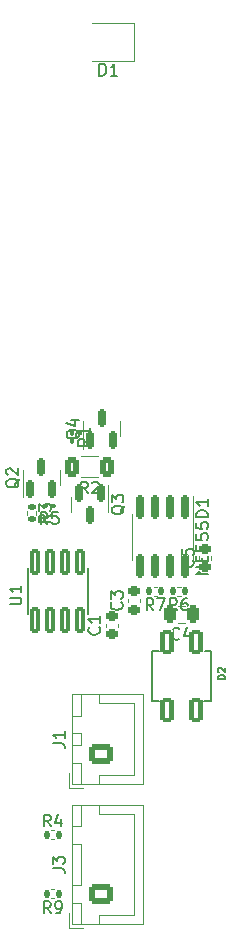
<source format=gto>
G04 #@! TF.GenerationSoftware,KiCad,Pcbnew,7.0.7*
G04 #@! TF.CreationDate,2024-01-05T06:13:14+01:00*
G04 #@! TF.ProjectId,microscope,6d696372-6f73-4636-9f70-652e6b696361,rev?*
G04 #@! TF.SameCoordinates,Original*
G04 #@! TF.FileFunction,Legend,Top*
G04 #@! TF.FilePolarity,Positive*
%FSLAX46Y46*%
G04 Gerber Fmt 4.6, Leading zero omitted, Abs format (unit mm)*
G04 Created by KiCad (PCBNEW 7.0.7) date 2024-01-05 06:13:14*
%MOMM*%
%LPD*%
G01*
G04 APERTURE LIST*
G04 Aperture macros list*
%AMRoundRect*
0 Rectangle with rounded corners*
0 $1 Rounding radius*
0 $2 $3 $4 $5 $6 $7 $8 $9 X,Y pos of 4 corners*
0 Add a 4 corners polygon primitive as box body*
4,1,4,$2,$3,$4,$5,$6,$7,$8,$9,$2,$3,0*
0 Add four circle primitives for the rounded corners*
1,1,$1+$1,$2,$3*
1,1,$1+$1,$4,$5*
1,1,$1+$1,$6,$7*
1,1,$1+$1,$8,$9*
0 Add four rect primitives between the rounded corners*
20,1,$1+$1,$2,$3,$4,$5,0*
20,1,$1+$1,$4,$5,$6,$7,0*
20,1,$1+$1,$6,$7,$8,$9,0*
20,1,$1+$1,$8,$9,$2,$3,0*%
G04 Aperture macros list end*
%ADD10C,0.150000*%
%ADD11C,0.120000*%
%ADD12C,0.127000*%
%ADD13RoundRect,0.250000X0.725000X-0.600000X0.725000X0.600000X-0.725000X0.600000X-0.725000X-0.600000X0*%
%ADD14O,1.950000X1.700000*%
%ADD15RoundRect,0.100000X-0.100000X0.130000X-0.100000X-0.130000X0.100000X-0.130000X0.100000X0.130000X0*%
%ADD16RoundRect,0.250000X0.750000X-0.600000X0.750000X0.600000X-0.750000X0.600000X-0.750000X-0.600000X0*%
%ADD17O,2.000000X1.700000*%
%ADD18RoundRect,0.250000X0.312500X0.625000X-0.312500X0.625000X-0.312500X-0.625000X0.312500X-0.625000X0*%
%ADD19R,2.200000X2.200000*%
%ADD20R,1.250000X2.200000*%
%ADD21RoundRect,0.250000X0.250000X0.475000X-0.250000X0.475000X-0.250000X-0.475000X0.250000X-0.475000X0*%
%ADD22RoundRect,0.135000X0.135000X0.185000X-0.135000X0.185000X-0.135000X-0.185000X0.135000X-0.185000X0*%
%ADD23RoundRect,0.225000X0.250000X-0.225000X0.250000X0.225000X-0.250000X0.225000X-0.250000X-0.225000X0*%
%ADD24RoundRect,0.100000X0.130000X0.100000X-0.130000X0.100000X-0.130000X-0.100000X0.130000X-0.100000X0*%
%ADD25RoundRect,0.193000X-0.364000X0.864000X-0.364000X-0.864000X0.364000X-0.864000X0.364000X0.864000X0*%
%ADD26RoundRect,0.150000X-0.150000X0.825000X-0.150000X-0.825000X0.150000X-0.825000X0.150000X0.825000X0*%
%ADD27RoundRect,0.144000X0.258000X-0.943000X0.258000X0.943000X-0.258000X0.943000X-0.258000X-0.943000X0*%
%ADD28RoundRect,0.135000X-0.185000X0.135000X-0.185000X-0.135000X0.185000X-0.135000X0.185000X0.135000X0*%
%ADD29RoundRect,0.150000X0.150000X-0.587500X0.150000X0.587500X-0.150000X0.587500X-0.150000X-0.587500X0*%
%ADD30RoundRect,0.135000X-0.135000X-0.185000X0.135000X-0.185000X0.135000X0.185000X-0.135000X0.185000X0*%
%ADD31RoundRect,0.150000X-0.150000X0.587500X-0.150000X-0.587500X0.150000X-0.587500X0.150000X0.587500X0*%
G04 APERTURE END LIST*
D10*
X126402450Y-135779541D02*
X127116735Y-135779541D01*
X127116735Y-135779541D02*
X127259592Y-135827160D01*
X127259592Y-135827160D02*
X127354831Y-135922398D01*
X127354831Y-135922398D02*
X127402450Y-136065255D01*
X127402450Y-136065255D02*
X127402450Y-136160493D01*
X126402450Y-135398588D02*
X126402450Y-134779541D01*
X126402450Y-134779541D02*
X126783402Y-135112874D01*
X126783402Y-135112874D02*
X126783402Y-134970017D01*
X126783402Y-134970017D02*
X126831021Y-134874779D01*
X126831021Y-134874779D02*
X126878640Y-134827160D01*
X126878640Y-134827160D02*
X126973878Y-134779541D01*
X126973878Y-134779541D02*
X127211973Y-134779541D01*
X127211973Y-134779541D02*
X127307211Y-134827160D01*
X127307211Y-134827160D02*
X127354831Y-134874779D01*
X127354831Y-134874779D02*
X127402450Y-134970017D01*
X127402450Y-134970017D02*
X127402450Y-135255731D01*
X127402450Y-135255731D02*
X127354831Y-135350969D01*
X127354831Y-135350969D02*
X127307211Y-135398588D01*
X129544819Y-99409166D02*
X129068628Y-99742499D01*
X129544819Y-99980594D02*
X128544819Y-99980594D01*
X128544819Y-99980594D02*
X128544819Y-99599642D01*
X128544819Y-99599642D02*
X128592438Y-99504404D01*
X128592438Y-99504404D02*
X128640057Y-99456785D01*
X128640057Y-99456785D02*
X128735295Y-99409166D01*
X128735295Y-99409166D02*
X128878152Y-99409166D01*
X128878152Y-99409166D02*
X128973390Y-99456785D01*
X128973390Y-99456785D02*
X129021009Y-99504404D01*
X129021009Y-99504404D02*
X129068628Y-99599642D01*
X129068628Y-99599642D02*
X129068628Y-99980594D01*
X129544819Y-98456785D02*
X129544819Y-99028213D01*
X129544819Y-98742499D02*
X128544819Y-98742499D01*
X128544819Y-98742499D02*
X128687676Y-98837737D01*
X128687676Y-98837737D02*
X128782914Y-98932975D01*
X128782914Y-98932975D02*
X128830533Y-99028213D01*
X126402450Y-125179541D02*
X127116735Y-125179541D01*
X127116735Y-125179541D02*
X127259592Y-125227160D01*
X127259592Y-125227160D02*
X127354831Y-125322398D01*
X127354831Y-125322398D02*
X127402450Y-125465255D01*
X127402450Y-125465255D02*
X127402450Y-125560493D01*
X127402450Y-124179541D02*
X127402450Y-124750969D01*
X127402450Y-124465255D02*
X126402450Y-124465255D01*
X126402450Y-124465255D02*
X126545307Y-124560493D01*
X126545307Y-124560493D02*
X126640545Y-124655731D01*
X126640545Y-124655731D02*
X126688164Y-124750969D01*
X129373333Y-104037319D02*
X129040000Y-103561128D01*
X128801905Y-104037319D02*
X128801905Y-103037319D01*
X128801905Y-103037319D02*
X129182857Y-103037319D01*
X129182857Y-103037319D02*
X129278095Y-103084938D01*
X129278095Y-103084938D02*
X129325714Y-103132557D01*
X129325714Y-103132557D02*
X129373333Y-103227795D01*
X129373333Y-103227795D02*
X129373333Y-103370652D01*
X129373333Y-103370652D02*
X129325714Y-103465890D01*
X129325714Y-103465890D02*
X129278095Y-103513509D01*
X129278095Y-103513509D02*
X129182857Y-103561128D01*
X129182857Y-103561128D02*
X128801905Y-103561128D01*
X129754286Y-103132557D02*
X129801905Y-103084938D01*
X129801905Y-103084938D02*
X129897143Y-103037319D01*
X129897143Y-103037319D02*
X130135238Y-103037319D01*
X130135238Y-103037319D02*
X130230476Y-103084938D01*
X130230476Y-103084938D02*
X130278095Y-103132557D01*
X130278095Y-103132557D02*
X130325714Y-103227795D01*
X130325714Y-103227795D02*
X130325714Y-103323033D01*
X130325714Y-103323033D02*
X130278095Y-103465890D01*
X130278095Y-103465890D02*
X129706667Y-104037319D01*
X129706667Y-104037319D02*
X130325714Y-104037319D01*
X130361905Y-68654819D02*
X130361905Y-67654819D01*
X130361905Y-67654819D02*
X130600000Y-67654819D01*
X130600000Y-67654819D02*
X130742857Y-67702438D01*
X130742857Y-67702438D02*
X130838095Y-67797676D01*
X130838095Y-67797676D02*
X130885714Y-67892914D01*
X130885714Y-67892914D02*
X130933333Y-68083390D01*
X130933333Y-68083390D02*
X130933333Y-68226247D01*
X130933333Y-68226247D02*
X130885714Y-68416723D01*
X130885714Y-68416723D02*
X130838095Y-68511961D01*
X130838095Y-68511961D02*
X130742857Y-68607200D01*
X130742857Y-68607200D02*
X130600000Y-68654819D01*
X130600000Y-68654819D02*
X130361905Y-68654819D01*
X131885714Y-68654819D02*
X131314286Y-68654819D01*
X131600000Y-68654819D02*
X131600000Y-67654819D01*
X131600000Y-67654819D02*
X131504762Y-67797676D01*
X131504762Y-67797676D02*
X131409524Y-67892914D01*
X131409524Y-67892914D02*
X131314286Y-67940533D01*
X137133333Y-116322080D02*
X137085714Y-116369700D01*
X137085714Y-116369700D02*
X136942857Y-116417319D01*
X136942857Y-116417319D02*
X136847619Y-116417319D01*
X136847619Y-116417319D02*
X136704762Y-116369700D01*
X136704762Y-116369700D02*
X136609524Y-116274461D01*
X136609524Y-116274461D02*
X136561905Y-116179223D01*
X136561905Y-116179223D02*
X136514286Y-115988747D01*
X136514286Y-115988747D02*
X136514286Y-115845890D01*
X136514286Y-115845890D02*
X136561905Y-115655414D01*
X136561905Y-115655414D02*
X136609524Y-115560176D01*
X136609524Y-115560176D02*
X136704762Y-115464938D01*
X136704762Y-115464938D02*
X136847619Y-115417319D01*
X136847619Y-115417319D02*
X136942857Y-115417319D01*
X136942857Y-115417319D02*
X137085714Y-115464938D01*
X137085714Y-115464938D02*
X137133333Y-115512557D01*
X137990476Y-115750652D02*
X137990476Y-116417319D01*
X137752381Y-115369700D02*
X137514286Y-116083985D01*
X137514286Y-116083985D02*
X138133333Y-116083985D01*
X126230964Y-139571027D02*
X125897631Y-139094836D01*
X125659536Y-139571027D02*
X125659536Y-138571027D01*
X125659536Y-138571027D02*
X126040488Y-138571027D01*
X126040488Y-138571027D02*
X126135726Y-138618646D01*
X126135726Y-138618646D02*
X126183345Y-138666265D01*
X126183345Y-138666265D02*
X126230964Y-138761503D01*
X126230964Y-138761503D02*
X126230964Y-138904360D01*
X126230964Y-138904360D02*
X126183345Y-138999598D01*
X126183345Y-138999598D02*
X126135726Y-139047217D01*
X126135726Y-139047217D02*
X126040488Y-139094836D01*
X126040488Y-139094836D02*
X125659536Y-139094836D01*
X126707155Y-139571027D02*
X126897631Y-139571027D01*
X126897631Y-139571027D02*
X126992869Y-139523408D01*
X126992869Y-139523408D02*
X127040488Y-139475788D01*
X127040488Y-139475788D02*
X127135726Y-139332931D01*
X127135726Y-139332931D02*
X127183345Y-139142455D01*
X127183345Y-139142455D02*
X127183345Y-138761503D01*
X127183345Y-138761503D02*
X127135726Y-138666265D01*
X127135726Y-138666265D02*
X127088107Y-138618646D01*
X127088107Y-138618646D02*
X126992869Y-138571027D01*
X126992869Y-138571027D02*
X126802393Y-138571027D01*
X126802393Y-138571027D02*
X126707155Y-138618646D01*
X126707155Y-138618646D02*
X126659536Y-138666265D01*
X126659536Y-138666265D02*
X126611917Y-138761503D01*
X126611917Y-138761503D02*
X126611917Y-138999598D01*
X126611917Y-138999598D02*
X126659536Y-139094836D01*
X126659536Y-139094836D02*
X126707155Y-139142455D01*
X126707155Y-139142455D02*
X126802393Y-139190074D01*
X126802393Y-139190074D02*
X126992869Y-139190074D01*
X126992869Y-139190074D02*
X127088107Y-139142455D01*
X127088107Y-139142455D02*
X127135726Y-139094836D01*
X127135726Y-139094836D02*
X127183345Y-138999598D01*
X136923333Y-113924819D02*
X136590000Y-113448628D01*
X136351905Y-113924819D02*
X136351905Y-112924819D01*
X136351905Y-112924819D02*
X136732857Y-112924819D01*
X136732857Y-112924819D02*
X136828095Y-112972438D01*
X136828095Y-112972438D02*
X136875714Y-113020057D01*
X136875714Y-113020057D02*
X136923333Y-113115295D01*
X136923333Y-113115295D02*
X136923333Y-113258152D01*
X136923333Y-113258152D02*
X136875714Y-113353390D01*
X136875714Y-113353390D02*
X136828095Y-113401009D01*
X136828095Y-113401009D02*
X136732857Y-113448628D01*
X136732857Y-113448628D02*
X136351905Y-113448628D01*
X137780476Y-112924819D02*
X137590000Y-112924819D01*
X137590000Y-112924819D02*
X137494762Y-112972438D01*
X137494762Y-112972438D02*
X137447143Y-113020057D01*
X137447143Y-113020057D02*
X137351905Y-113162914D01*
X137351905Y-113162914D02*
X137304286Y-113353390D01*
X137304286Y-113353390D02*
X137304286Y-113734342D01*
X137304286Y-113734342D02*
X137351905Y-113829580D01*
X137351905Y-113829580D02*
X137399524Y-113877200D01*
X137399524Y-113877200D02*
X137494762Y-113924819D01*
X137494762Y-113924819D02*
X137685238Y-113924819D01*
X137685238Y-113924819D02*
X137780476Y-113877200D01*
X137780476Y-113877200D02*
X137828095Y-113829580D01*
X137828095Y-113829580D02*
X137875714Y-113734342D01*
X137875714Y-113734342D02*
X137875714Y-113496247D01*
X137875714Y-113496247D02*
X137828095Y-113401009D01*
X137828095Y-113401009D02*
X137780476Y-113353390D01*
X137780476Y-113353390D02*
X137685238Y-113305771D01*
X137685238Y-113305771D02*
X137494762Y-113305771D01*
X137494762Y-113305771D02*
X137399524Y-113353390D01*
X137399524Y-113353390D02*
X137351905Y-113401009D01*
X137351905Y-113401009D02*
X137304286Y-113496247D01*
X130329580Y-115366666D02*
X130377200Y-115414285D01*
X130377200Y-115414285D02*
X130424819Y-115557142D01*
X130424819Y-115557142D02*
X130424819Y-115652380D01*
X130424819Y-115652380D02*
X130377200Y-115795237D01*
X130377200Y-115795237D02*
X130281961Y-115890475D01*
X130281961Y-115890475D02*
X130186723Y-115938094D01*
X130186723Y-115938094D02*
X129996247Y-115985713D01*
X129996247Y-115985713D02*
X129853390Y-115985713D01*
X129853390Y-115985713D02*
X129662914Y-115938094D01*
X129662914Y-115938094D02*
X129567676Y-115890475D01*
X129567676Y-115890475D02*
X129472438Y-115795237D01*
X129472438Y-115795237D02*
X129424819Y-115652380D01*
X129424819Y-115652380D02*
X129424819Y-115557142D01*
X129424819Y-115557142D02*
X129472438Y-115414285D01*
X129472438Y-115414285D02*
X129520057Y-115366666D01*
X130424819Y-114414285D02*
X130424819Y-114985713D01*
X130424819Y-114699999D02*
X129424819Y-114699999D01*
X129424819Y-114699999D02*
X129567676Y-114795237D01*
X129567676Y-114795237D02*
X129662914Y-114890475D01*
X129662914Y-114890475D02*
X129710533Y-114985713D01*
X125940833Y-106604819D02*
X125607500Y-106128628D01*
X125369405Y-106604819D02*
X125369405Y-105604819D01*
X125369405Y-105604819D02*
X125750357Y-105604819D01*
X125750357Y-105604819D02*
X125845595Y-105652438D01*
X125845595Y-105652438D02*
X125893214Y-105700057D01*
X125893214Y-105700057D02*
X125940833Y-105795295D01*
X125940833Y-105795295D02*
X125940833Y-105938152D01*
X125940833Y-105938152D02*
X125893214Y-106033390D01*
X125893214Y-106033390D02*
X125845595Y-106081009D01*
X125845595Y-106081009D02*
X125750357Y-106128628D01*
X125750357Y-106128628D02*
X125369405Y-106128628D01*
X126845595Y-105604819D02*
X126369405Y-105604819D01*
X126369405Y-105604819D02*
X126321786Y-106081009D01*
X126321786Y-106081009D02*
X126369405Y-106033390D01*
X126369405Y-106033390D02*
X126464643Y-105985771D01*
X126464643Y-105985771D02*
X126702738Y-105985771D01*
X126702738Y-105985771D02*
X126797976Y-106033390D01*
X126797976Y-106033390D02*
X126845595Y-106081009D01*
X126845595Y-106081009D02*
X126893214Y-106176247D01*
X126893214Y-106176247D02*
X126893214Y-106414342D01*
X126893214Y-106414342D02*
X126845595Y-106509580D01*
X126845595Y-106509580D02*
X126797976Y-106557200D01*
X126797976Y-106557200D02*
X126702738Y-106604819D01*
X126702738Y-106604819D02*
X126464643Y-106604819D01*
X126464643Y-106604819D02*
X126369405Y-106557200D01*
X126369405Y-106557200D02*
X126321786Y-106509580D01*
X132219580Y-113266666D02*
X132267200Y-113314285D01*
X132267200Y-113314285D02*
X132314819Y-113457142D01*
X132314819Y-113457142D02*
X132314819Y-113552380D01*
X132314819Y-113552380D02*
X132267200Y-113695237D01*
X132267200Y-113695237D02*
X132171961Y-113790475D01*
X132171961Y-113790475D02*
X132076723Y-113838094D01*
X132076723Y-113838094D02*
X131886247Y-113885713D01*
X131886247Y-113885713D02*
X131743390Y-113885713D01*
X131743390Y-113885713D02*
X131552914Y-113838094D01*
X131552914Y-113838094D02*
X131457676Y-113790475D01*
X131457676Y-113790475D02*
X131362438Y-113695237D01*
X131362438Y-113695237D02*
X131314819Y-113552380D01*
X131314819Y-113552380D02*
X131314819Y-113457142D01*
X131314819Y-113457142D02*
X131362438Y-113314285D01*
X131362438Y-113314285D02*
X131410057Y-113266666D01*
X131314819Y-112933332D02*
X131314819Y-112314285D01*
X131314819Y-112314285D02*
X131695771Y-112647618D01*
X131695771Y-112647618D02*
X131695771Y-112504761D01*
X131695771Y-112504761D02*
X131743390Y-112409523D01*
X131743390Y-112409523D02*
X131791009Y-112361904D01*
X131791009Y-112361904D02*
X131886247Y-112314285D01*
X131886247Y-112314285D02*
X132124342Y-112314285D01*
X132124342Y-112314285D02*
X132219580Y-112361904D01*
X132219580Y-112361904D02*
X132267200Y-112409523D01*
X132267200Y-112409523D02*
X132314819Y-112504761D01*
X132314819Y-112504761D02*
X132314819Y-112790475D01*
X132314819Y-112790475D02*
X132267200Y-112885713D01*
X132267200Y-112885713D02*
X132219580Y-112933332D01*
X141026219Y-119754827D02*
X140385088Y-119754827D01*
X140385088Y-119754827D02*
X140385088Y-119602177D01*
X140385088Y-119602177D02*
X140415618Y-119510587D01*
X140415618Y-119510587D02*
X140476678Y-119449527D01*
X140476678Y-119449527D02*
X140537738Y-119418997D01*
X140537738Y-119418997D02*
X140659858Y-119388467D01*
X140659858Y-119388467D02*
X140751448Y-119388467D01*
X140751448Y-119388467D02*
X140873568Y-119418997D01*
X140873568Y-119418997D02*
X140934628Y-119449527D01*
X140934628Y-119449527D02*
X140995689Y-119510587D01*
X140995689Y-119510587D02*
X141026219Y-119602177D01*
X141026219Y-119602177D02*
X141026219Y-119754827D01*
X140446148Y-119144226D02*
X140415618Y-119113696D01*
X140415618Y-119113696D02*
X140385088Y-119052636D01*
X140385088Y-119052636D02*
X140385088Y-118899986D01*
X140385088Y-118899986D02*
X140415618Y-118838926D01*
X140415618Y-118838926D02*
X140446148Y-118808396D01*
X140446148Y-118808396D02*
X140507208Y-118777866D01*
X140507208Y-118777866D02*
X140568268Y-118777866D01*
X140568268Y-118777866D02*
X140659858Y-118808396D01*
X140659858Y-118808396D02*
X141026219Y-119174756D01*
X141026219Y-119174756D02*
X141026219Y-118777866D01*
X134923333Y-113924819D02*
X134590000Y-113448628D01*
X134351905Y-113924819D02*
X134351905Y-112924819D01*
X134351905Y-112924819D02*
X134732857Y-112924819D01*
X134732857Y-112924819D02*
X134828095Y-112972438D01*
X134828095Y-112972438D02*
X134875714Y-113020057D01*
X134875714Y-113020057D02*
X134923333Y-113115295D01*
X134923333Y-113115295D02*
X134923333Y-113258152D01*
X134923333Y-113258152D02*
X134875714Y-113353390D01*
X134875714Y-113353390D02*
X134828095Y-113401009D01*
X134828095Y-113401009D02*
X134732857Y-113448628D01*
X134732857Y-113448628D02*
X134351905Y-113448628D01*
X135256667Y-112924819D02*
X135923333Y-112924819D01*
X135923333Y-112924819D02*
X135494762Y-113924819D01*
X139544819Y-110842856D02*
X138544819Y-110842856D01*
X138544819Y-110842856D02*
X139544819Y-110271428D01*
X139544819Y-110271428D02*
X138544819Y-110271428D01*
X139021009Y-109795237D02*
X139021009Y-109461904D01*
X139544819Y-109319047D02*
X139544819Y-109795237D01*
X139544819Y-109795237D02*
X138544819Y-109795237D01*
X138544819Y-109795237D02*
X138544819Y-109319047D01*
X138544819Y-108414285D02*
X138544819Y-108890475D01*
X138544819Y-108890475D02*
X139021009Y-108938094D01*
X139021009Y-108938094D02*
X138973390Y-108890475D01*
X138973390Y-108890475D02*
X138925771Y-108795237D01*
X138925771Y-108795237D02*
X138925771Y-108557142D01*
X138925771Y-108557142D02*
X138973390Y-108461904D01*
X138973390Y-108461904D02*
X139021009Y-108414285D01*
X139021009Y-108414285D02*
X139116247Y-108366666D01*
X139116247Y-108366666D02*
X139354342Y-108366666D01*
X139354342Y-108366666D02*
X139449580Y-108414285D01*
X139449580Y-108414285D02*
X139497200Y-108461904D01*
X139497200Y-108461904D02*
X139544819Y-108557142D01*
X139544819Y-108557142D02*
X139544819Y-108795237D01*
X139544819Y-108795237D02*
X139497200Y-108890475D01*
X139497200Y-108890475D02*
X139449580Y-108938094D01*
X138544819Y-107461904D02*
X138544819Y-107938094D01*
X138544819Y-107938094D02*
X139021009Y-107985713D01*
X139021009Y-107985713D02*
X138973390Y-107938094D01*
X138973390Y-107938094D02*
X138925771Y-107842856D01*
X138925771Y-107842856D02*
X138925771Y-107604761D01*
X138925771Y-107604761D02*
X138973390Y-107509523D01*
X138973390Y-107509523D02*
X139021009Y-107461904D01*
X139021009Y-107461904D02*
X139116247Y-107414285D01*
X139116247Y-107414285D02*
X139354342Y-107414285D01*
X139354342Y-107414285D02*
X139449580Y-107461904D01*
X139449580Y-107461904D02*
X139497200Y-107509523D01*
X139497200Y-107509523D02*
X139544819Y-107604761D01*
X139544819Y-107604761D02*
X139544819Y-107842856D01*
X139544819Y-107842856D02*
X139497200Y-107938094D01*
X139497200Y-107938094D02*
X139449580Y-107985713D01*
X138544819Y-106509523D02*
X138544819Y-106985713D01*
X138544819Y-106985713D02*
X139021009Y-107033332D01*
X139021009Y-107033332D02*
X138973390Y-106985713D01*
X138973390Y-106985713D02*
X138925771Y-106890475D01*
X138925771Y-106890475D02*
X138925771Y-106652380D01*
X138925771Y-106652380D02*
X138973390Y-106557142D01*
X138973390Y-106557142D02*
X139021009Y-106509523D01*
X139021009Y-106509523D02*
X139116247Y-106461904D01*
X139116247Y-106461904D02*
X139354342Y-106461904D01*
X139354342Y-106461904D02*
X139449580Y-106509523D01*
X139449580Y-106509523D02*
X139497200Y-106557142D01*
X139497200Y-106557142D02*
X139544819Y-106652380D01*
X139544819Y-106652380D02*
X139544819Y-106890475D01*
X139544819Y-106890475D02*
X139497200Y-106985713D01*
X139497200Y-106985713D02*
X139449580Y-107033332D01*
X139544819Y-106033332D02*
X138544819Y-106033332D01*
X138544819Y-106033332D02*
X138544819Y-105795237D01*
X138544819Y-105795237D02*
X138592438Y-105652380D01*
X138592438Y-105652380D02*
X138687676Y-105557142D01*
X138687676Y-105557142D02*
X138782914Y-105509523D01*
X138782914Y-105509523D02*
X138973390Y-105461904D01*
X138973390Y-105461904D02*
X139116247Y-105461904D01*
X139116247Y-105461904D02*
X139306723Y-105509523D01*
X139306723Y-105509523D02*
X139401961Y-105557142D01*
X139401961Y-105557142D02*
X139497200Y-105652380D01*
X139497200Y-105652380D02*
X139544819Y-105795237D01*
X139544819Y-105795237D02*
X139544819Y-106033332D01*
X139544819Y-104509523D02*
X139544819Y-105080951D01*
X139544819Y-104795237D02*
X138544819Y-104795237D01*
X138544819Y-104795237D02*
X138687676Y-104890475D01*
X138687676Y-104890475D02*
X138782914Y-104985713D01*
X138782914Y-104985713D02*
X138830533Y-105080951D01*
X122745319Y-113416904D02*
X123554842Y-113416904D01*
X123554842Y-113416904D02*
X123650080Y-113369285D01*
X123650080Y-113369285D02*
X123697700Y-113321666D01*
X123697700Y-113321666D02*
X123745319Y-113226428D01*
X123745319Y-113226428D02*
X123745319Y-113035952D01*
X123745319Y-113035952D02*
X123697700Y-112940714D01*
X123697700Y-112940714D02*
X123650080Y-112893095D01*
X123650080Y-112893095D02*
X123554842Y-112845476D01*
X123554842Y-112845476D02*
X122745319Y-112845476D01*
X123745319Y-111845476D02*
X123745319Y-112416904D01*
X123745319Y-112131190D02*
X122745319Y-112131190D01*
X122745319Y-112131190D02*
X122888176Y-112226428D01*
X122888176Y-112226428D02*
X122983414Y-112321666D01*
X122983414Y-112321666D02*
X123031033Y-112416904D01*
X126252319Y-105866666D02*
X125776128Y-106199999D01*
X126252319Y-106438094D02*
X125252319Y-106438094D01*
X125252319Y-106438094D02*
X125252319Y-106057142D01*
X125252319Y-106057142D02*
X125299938Y-105961904D01*
X125299938Y-105961904D02*
X125347557Y-105914285D01*
X125347557Y-105914285D02*
X125442795Y-105866666D01*
X125442795Y-105866666D02*
X125585652Y-105866666D01*
X125585652Y-105866666D02*
X125680890Y-105914285D01*
X125680890Y-105914285D02*
X125728509Y-105961904D01*
X125728509Y-105961904D02*
X125776128Y-106057142D01*
X125776128Y-106057142D02*
X125776128Y-106438094D01*
X125252319Y-105533332D02*
X125252319Y-104914285D01*
X125252319Y-104914285D02*
X125633271Y-105247618D01*
X125633271Y-105247618D02*
X125633271Y-105104761D01*
X125633271Y-105104761D02*
X125680890Y-105009523D01*
X125680890Y-105009523D02*
X125728509Y-104961904D01*
X125728509Y-104961904D02*
X125823747Y-104914285D01*
X125823747Y-104914285D02*
X126061842Y-104914285D01*
X126061842Y-104914285D02*
X126157080Y-104961904D01*
X126157080Y-104961904D02*
X126204700Y-105009523D01*
X126204700Y-105009523D02*
X126252319Y-105104761D01*
X126252319Y-105104761D02*
X126252319Y-105390475D01*
X126252319Y-105390475D02*
X126204700Y-105485713D01*
X126204700Y-105485713D02*
X126157080Y-105533332D01*
X128690057Y-98657738D02*
X128642438Y-98752976D01*
X128642438Y-98752976D02*
X128547200Y-98848214D01*
X128547200Y-98848214D02*
X128404342Y-98991071D01*
X128404342Y-98991071D02*
X128356723Y-99086309D01*
X128356723Y-99086309D02*
X128356723Y-99181547D01*
X128594819Y-99133928D02*
X128547200Y-99229166D01*
X128547200Y-99229166D02*
X128451961Y-99324404D01*
X128451961Y-99324404D02*
X128261485Y-99372023D01*
X128261485Y-99372023D02*
X127928152Y-99372023D01*
X127928152Y-99372023D02*
X127737676Y-99324404D01*
X127737676Y-99324404D02*
X127642438Y-99229166D01*
X127642438Y-99229166D02*
X127594819Y-99133928D01*
X127594819Y-99133928D02*
X127594819Y-98943452D01*
X127594819Y-98943452D02*
X127642438Y-98848214D01*
X127642438Y-98848214D02*
X127737676Y-98752976D01*
X127737676Y-98752976D02*
X127928152Y-98705357D01*
X127928152Y-98705357D02*
X128261485Y-98705357D01*
X128261485Y-98705357D02*
X128451961Y-98752976D01*
X128451961Y-98752976D02*
X128547200Y-98848214D01*
X128547200Y-98848214D02*
X128594819Y-98943452D01*
X128594819Y-98943452D02*
X128594819Y-99133928D01*
X127928152Y-97848214D02*
X128594819Y-97848214D01*
X127547200Y-98086309D02*
X128261485Y-98324404D01*
X128261485Y-98324404D02*
X128261485Y-97705357D01*
X126230964Y-132231027D02*
X125897631Y-131754836D01*
X125659536Y-132231027D02*
X125659536Y-131231027D01*
X125659536Y-131231027D02*
X126040488Y-131231027D01*
X126040488Y-131231027D02*
X126135726Y-131278646D01*
X126135726Y-131278646D02*
X126183345Y-131326265D01*
X126183345Y-131326265D02*
X126230964Y-131421503D01*
X126230964Y-131421503D02*
X126230964Y-131564360D01*
X126230964Y-131564360D02*
X126183345Y-131659598D01*
X126183345Y-131659598D02*
X126135726Y-131707217D01*
X126135726Y-131707217D02*
X126040488Y-131754836D01*
X126040488Y-131754836D02*
X125659536Y-131754836D01*
X127088107Y-131564360D02*
X127088107Y-132231027D01*
X126850012Y-131183408D02*
X126611917Y-131897693D01*
X126611917Y-131897693D02*
X127230964Y-131897693D01*
X138244580Y-109666666D02*
X138292200Y-109714285D01*
X138292200Y-109714285D02*
X138339819Y-109857142D01*
X138339819Y-109857142D02*
X138339819Y-109952380D01*
X138339819Y-109952380D02*
X138292200Y-110095237D01*
X138292200Y-110095237D02*
X138196961Y-110190475D01*
X138196961Y-110190475D02*
X138101723Y-110238094D01*
X138101723Y-110238094D02*
X137911247Y-110285713D01*
X137911247Y-110285713D02*
X137768390Y-110285713D01*
X137768390Y-110285713D02*
X137577914Y-110238094D01*
X137577914Y-110238094D02*
X137482676Y-110190475D01*
X137482676Y-110190475D02*
X137387438Y-110095237D01*
X137387438Y-110095237D02*
X137339819Y-109952380D01*
X137339819Y-109952380D02*
X137339819Y-109857142D01*
X137339819Y-109857142D02*
X137387438Y-109714285D01*
X137387438Y-109714285D02*
X137435057Y-109666666D01*
X137339819Y-108761904D02*
X137339819Y-109238094D01*
X137339819Y-109238094D02*
X137816009Y-109285713D01*
X137816009Y-109285713D02*
X137768390Y-109238094D01*
X137768390Y-109238094D02*
X137720771Y-109142856D01*
X137720771Y-109142856D02*
X137720771Y-108904761D01*
X137720771Y-108904761D02*
X137768390Y-108809523D01*
X137768390Y-108809523D02*
X137816009Y-108761904D01*
X137816009Y-108761904D02*
X137911247Y-108714285D01*
X137911247Y-108714285D02*
X138149342Y-108714285D01*
X138149342Y-108714285D02*
X138244580Y-108761904D01*
X138244580Y-108761904D02*
X138292200Y-108809523D01*
X138292200Y-108809523D02*
X138339819Y-108904761D01*
X138339819Y-108904761D02*
X138339819Y-109142856D01*
X138339819Y-109142856D02*
X138292200Y-109238094D01*
X138292200Y-109238094D02*
X138244580Y-109285713D01*
X123577557Y-102795238D02*
X123529938Y-102890476D01*
X123529938Y-102890476D02*
X123434700Y-102985714D01*
X123434700Y-102985714D02*
X123291842Y-103128571D01*
X123291842Y-103128571D02*
X123244223Y-103223809D01*
X123244223Y-103223809D02*
X123244223Y-103319047D01*
X123482319Y-103271428D02*
X123434700Y-103366666D01*
X123434700Y-103366666D02*
X123339461Y-103461904D01*
X123339461Y-103461904D02*
X123148985Y-103509523D01*
X123148985Y-103509523D02*
X122815652Y-103509523D01*
X122815652Y-103509523D02*
X122625176Y-103461904D01*
X122625176Y-103461904D02*
X122529938Y-103366666D01*
X122529938Y-103366666D02*
X122482319Y-103271428D01*
X122482319Y-103271428D02*
X122482319Y-103080952D01*
X122482319Y-103080952D02*
X122529938Y-102985714D01*
X122529938Y-102985714D02*
X122625176Y-102890476D01*
X122625176Y-102890476D02*
X122815652Y-102842857D01*
X122815652Y-102842857D02*
X123148985Y-102842857D01*
X123148985Y-102842857D02*
X123339461Y-102890476D01*
X123339461Y-102890476D02*
X123434700Y-102985714D01*
X123434700Y-102985714D02*
X123482319Y-103080952D01*
X123482319Y-103080952D02*
X123482319Y-103271428D01*
X122577557Y-102461904D02*
X122529938Y-102414285D01*
X122529938Y-102414285D02*
X122482319Y-102319047D01*
X122482319Y-102319047D02*
X122482319Y-102080952D01*
X122482319Y-102080952D02*
X122529938Y-101985714D01*
X122529938Y-101985714D02*
X122577557Y-101938095D01*
X122577557Y-101938095D02*
X122672795Y-101890476D01*
X122672795Y-101890476D02*
X122768033Y-101890476D01*
X122768033Y-101890476D02*
X122910890Y-101938095D01*
X122910890Y-101938095D02*
X123482319Y-102509523D01*
X123482319Y-102509523D02*
X123482319Y-101890476D01*
X132490057Y-105057738D02*
X132442438Y-105152976D01*
X132442438Y-105152976D02*
X132347200Y-105248214D01*
X132347200Y-105248214D02*
X132204342Y-105391071D01*
X132204342Y-105391071D02*
X132156723Y-105486309D01*
X132156723Y-105486309D02*
X132156723Y-105581547D01*
X132394819Y-105533928D02*
X132347200Y-105629166D01*
X132347200Y-105629166D02*
X132251961Y-105724404D01*
X132251961Y-105724404D02*
X132061485Y-105772023D01*
X132061485Y-105772023D02*
X131728152Y-105772023D01*
X131728152Y-105772023D02*
X131537676Y-105724404D01*
X131537676Y-105724404D02*
X131442438Y-105629166D01*
X131442438Y-105629166D02*
X131394819Y-105533928D01*
X131394819Y-105533928D02*
X131394819Y-105343452D01*
X131394819Y-105343452D02*
X131442438Y-105248214D01*
X131442438Y-105248214D02*
X131537676Y-105152976D01*
X131537676Y-105152976D02*
X131728152Y-105105357D01*
X131728152Y-105105357D02*
X132061485Y-105105357D01*
X132061485Y-105105357D02*
X132251961Y-105152976D01*
X132251961Y-105152976D02*
X132347200Y-105248214D01*
X132347200Y-105248214D02*
X132394819Y-105343452D01*
X132394819Y-105343452D02*
X132394819Y-105533928D01*
X131394819Y-104772023D02*
X131394819Y-104152976D01*
X131394819Y-104152976D02*
X131775771Y-104486309D01*
X131775771Y-104486309D02*
X131775771Y-104343452D01*
X131775771Y-104343452D02*
X131823390Y-104248214D01*
X131823390Y-104248214D02*
X131871009Y-104200595D01*
X131871009Y-104200595D02*
X131966247Y-104152976D01*
X131966247Y-104152976D02*
X132204342Y-104152976D01*
X132204342Y-104152976D02*
X132299580Y-104200595D01*
X132299580Y-104200595D02*
X132347200Y-104248214D01*
X132347200Y-104248214D02*
X132394819Y-104343452D01*
X132394819Y-104343452D02*
X132394819Y-104629166D01*
X132394819Y-104629166D02*
X132347200Y-104724404D01*
X132347200Y-104724404D02*
X132299580Y-104772023D01*
D11*
X127747631Y-140796208D02*
X128997631Y-140796208D01*
X128037631Y-140506208D02*
X134007631Y-140506208D01*
X134007631Y-140506208D02*
X134007631Y-130386208D01*
X128047631Y-140496208D02*
X128797631Y-140496208D01*
X128797631Y-140496208D02*
X128797631Y-138696208D01*
X130297631Y-140496208D02*
X130297631Y-139746208D01*
X130297631Y-139746208D02*
X133247631Y-139746208D01*
X133247631Y-139746208D02*
X133247631Y-135446208D01*
X127747631Y-139546208D02*
X127747631Y-140796208D01*
X128047631Y-138696208D02*
X128047631Y-140496208D01*
X128797631Y-138696208D02*
X128047631Y-138696208D01*
X128047631Y-137196208D02*
X128797631Y-137196208D01*
X128797631Y-137196208D02*
X128797631Y-133696208D01*
X128047631Y-133696208D02*
X128047631Y-137196208D01*
X128797631Y-133696208D02*
X128047631Y-133696208D01*
X128047631Y-132196208D02*
X128797631Y-132196208D01*
X128797631Y-132196208D02*
X128797631Y-130396208D01*
X130297631Y-131146208D02*
X133247631Y-131146208D01*
X133247631Y-131146208D02*
X133247631Y-135446208D01*
X128047631Y-130396208D02*
X128047631Y-132196208D01*
X128797631Y-130396208D02*
X128047631Y-130396208D01*
X130297631Y-130396208D02*
X130297631Y-131146208D01*
X128037631Y-130386208D02*
X128037631Y-140506208D01*
X134007631Y-130386208D02*
X128037631Y-130386208D01*
X127747631Y-128946208D02*
X128997631Y-128946208D01*
X128037631Y-128656208D02*
X134007631Y-128656208D01*
X134007631Y-128656208D02*
X134007631Y-121036208D01*
X128047631Y-128646208D02*
X128797631Y-128646208D01*
X128797631Y-128646208D02*
X128797631Y-126846208D01*
X130297631Y-128646208D02*
X130297631Y-127896208D01*
X130297631Y-127896208D02*
X133247631Y-127896208D01*
X133247631Y-127896208D02*
X133247631Y-124846208D01*
X127747631Y-127696208D02*
X127747631Y-128946208D01*
X128047631Y-126846208D02*
X128047631Y-128646208D01*
X128797631Y-126846208D02*
X128047631Y-126846208D01*
X128047631Y-125346208D02*
X128797631Y-125346208D01*
X128797631Y-125346208D02*
X128797631Y-124346208D01*
X128047631Y-124346208D02*
X128047631Y-125346208D01*
X128797631Y-124346208D02*
X128047631Y-124346208D01*
X128047631Y-122846208D02*
X128797631Y-122846208D01*
X128797631Y-122846208D02*
X128797631Y-121046208D01*
X130297631Y-121796208D02*
X133247631Y-121796208D01*
X133247631Y-121796208D02*
X133247631Y-124846208D01*
X128047631Y-121046208D02*
X128047631Y-122846208D01*
X128797631Y-121046208D02*
X128047631Y-121046208D01*
X130297631Y-121046208D02*
X130297631Y-121796208D01*
X128037631Y-121036208D02*
X128037631Y-128656208D01*
X134007631Y-121036208D02*
X128037631Y-121036208D01*
X130267064Y-102672500D02*
X128812936Y-102672500D01*
X130267064Y-100852500D02*
X128812936Y-100852500D01*
X133300000Y-67400000D02*
X133300000Y-64200000D01*
X129700000Y-67400000D02*
X133300000Y-67400000D01*
X129700000Y-64200000D02*
X133300000Y-64200000D01*
X137561252Y-115017500D02*
X137038748Y-115017500D01*
X137561252Y-113547500D02*
X137038748Y-113547500D01*
X126551272Y-138326208D02*
X126243990Y-138326208D01*
X126551272Y-137566208D02*
X126243990Y-137566208D01*
X137243641Y-112680000D02*
X136936359Y-112680000D01*
X137243641Y-111920000D02*
X136936359Y-111920000D01*
X130890000Y-115340580D02*
X130890000Y-115059420D01*
X131910000Y-115340580D02*
X131910000Y-115059420D01*
X132780000Y-113240580D02*
X132780000Y-112959420D01*
X133800000Y-113240580D02*
X133800000Y-112959420D01*
D12*
X139805000Y-117400000D02*
X139805000Y-121600000D01*
X139275000Y-117400000D02*
X139805000Y-117400000D01*
X135425000Y-117400000D02*
X134845000Y-117400000D01*
X134845000Y-117400000D02*
X134845000Y-121600000D01*
X139805000Y-121600000D02*
X139225000Y-121600000D01*
X134845000Y-121600000D02*
X135425000Y-121600000D01*
D11*
X135243641Y-112680000D02*
X134936359Y-112680000D01*
X135243641Y-111920000D02*
X134936359Y-111920000D01*
X138250000Y-107700000D02*
X138250000Y-104250000D01*
X138250000Y-107700000D02*
X138250000Y-109650000D01*
X133130000Y-107700000D02*
X133130000Y-105750000D01*
X133130000Y-107700000D02*
X133130000Y-109650000D01*
D12*
X124302500Y-114220000D02*
X124302500Y-110320000D01*
X129352500Y-114220000D02*
X129352500Y-110320000D01*
D11*
X125007500Y-105546359D02*
X125007500Y-105853641D01*
X124247500Y-105546359D02*
X124247500Y-105853641D01*
X128980000Y-98562500D02*
X128980000Y-100237500D01*
X128980000Y-98562500D02*
X128980000Y-97912500D01*
X132100000Y-98562500D02*
X132100000Y-99212500D01*
X132100000Y-98562500D02*
X132100000Y-97912500D01*
X126243990Y-132566208D02*
X126551272Y-132566208D01*
X126243990Y-133326208D02*
X126551272Y-133326208D01*
X138805000Y-109640580D02*
X138805000Y-109359420D01*
X139825000Y-109640580D02*
X139825000Y-109359420D01*
X123867500Y-102700000D02*
X123867500Y-104375000D01*
X123867500Y-102700000D02*
X123867500Y-102050000D01*
X126987500Y-102700000D02*
X126987500Y-103350000D01*
X126987500Y-102700000D02*
X126987500Y-102050000D01*
X131100000Y-104962500D02*
X131100000Y-103287500D01*
X131100000Y-104962500D02*
X131100000Y-105612500D01*
X127980000Y-104962500D02*
X127980000Y-104312500D01*
X127980000Y-104962500D02*
X127980000Y-105612500D01*
%LPC*%
D13*
X130497631Y-137946208D03*
D14*
X130497631Y-135446208D03*
X130497631Y-132946208D03*
D15*
X128040000Y-98922500D03*
X128040000Y-99562500D03*
D16*
X130497631Y-126096208D03*
D17*
X130497631Y-123596208D03*
D18*
X131002500Y-101762500D03*
X128077500Y-101762500D03*
D19*
X132000000Y-65800000D03*
D20*
X129725000Y-65800000D03*
D21*
X138250000Y-114282500D03*
X136350000Y-114282500D03*
D22*
X126907631Y-137946208D03*
X125887631Y-137946208D03*
X137600000Y-112300000D03*
X136580000Y-112300000D03*
D23*
X131400000Y-115975000D03*
X131400000Y-114425000D03*
D24*
X126427500Y-105100000D03*
X125787500Y-105100000D03*
D23*
X133290000Y-113875000D03*
X133290000Y-112325000D03*
D25*
X138550000Y-116600000D03*
X136100000Y-116600000D03*
X136100000Y-122400000D03*
X138550000Y-122400000D03*
D22*
X135600000Y-112300000D03*
X134580000Y-112300000D03*
D26*
X137595000Y-105225000D03*
X136325000Y-105225000D03*
X135055000Y-105225000D03*
X133785000Y-105225000D03*
X133785000Y-110175000D03*
X135055000Y-110175000D03*
X136325000Y-110175000D03*
X137595000Y-110175000D03*
D27*
X124922500Y-114740000D03*
X126192500Y-114740000D03*
X127462500Y-114740000D03*
X128732500Y-114740000D03*
X128732500Y-109800000D03*
X127462500Y-109800000D03*
X126192500Y-109800000D03*
X124922500Y-109800000D03*
D28*
X124627500Y-105190000D03*
X124627500Y-106210000D03*
D29*
X129590000Y-99500000D03*
X131490000Y-99500000D03*
X130540000Y-97625000D03*
D30*
X125887631Y-132946208D03*
X126907631Y-132946208D03*
D23*
X139315000Y-110275000D03*
X139315000Y-108725000D03*
D29*
X124477500Y-103637500D03*
X126377500Y-103637500D03*
X125427500Y-101762500D03*
D31*
X130490000Y-104025000D03*
X128590000Y-104025000D03*
X129540000Y-105900000D03*
%LPD*%
M02*

</source>
